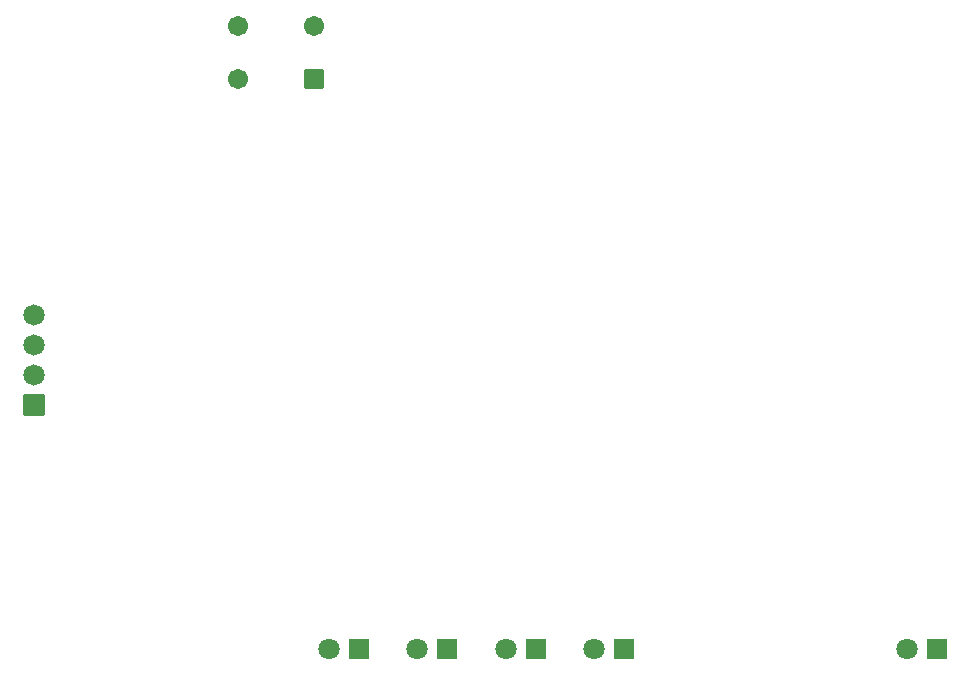
<source format=gbr>
%TF.GenerationSoftware,KiCad,Pcbnew,8.0.1*%
%TF.CreationDate,2024-04-13T13:32:27+05:30*%
%TF.ProjectId,piso,7069736f-2e6b-4696-9361-645f70636258,rev?*%
%TF.SameCoordinates,Original*%
%TF.FileFunction,Soldermask,Bot*%
%TF.FilePolarity,Negative*%
%FSLAX46Y46*%
G04 Gerber Fmt 4.6, Leading zero omitted, Abs format (unit mm)*
G04 Created by KiCad (PCBNEW 8.0.1) date 2024-04-13 13:32:27*
%MOMM*%
%LPD*%
G01*
G04 APERTURE LIST*
G04 Aperture macros list*
%AMRoundRect*
0 Rectangle with rounded corners*
0 $1 Rounding radius*
0 $2 $3 $4 $5 $6 $7 $8 $9 X,Y pos of 4 corners*
0 Add a 4 corners polygon primitive as box body*
4,1,4,$2,$3,$4,$5,$6,$7,$8,$9,$2,$3,0*
0 Add four circle primitives for the rounded corners*
1,1,$1+$1,$2,$3*
1,1,$1+$1,$4,$5*
1,1,$1+$1,$6,$7*
1,1,$1+$1,$8,$9*
0 Add four rect primitives between the rounded corners*
20,1,$1+$1,$2,$3,$4,$5,0*
20,1,$1+$1,$4,$5,$6,$7,0*
20,1,$1+$1,$6,$7,$8,$9,0*
20,1,$1+$1,$8,$9,$2,$3,0*%
G04 Aperture macros list end*
%ADD10R,1.800000X1.800000*%
%ADD11C,1.800000*%
%ADD12RoundRect,0.102000X0.802500X-0.802500X0.802500X0.802500X-0.802500X0.802500X-0.802500X-0.802500X0*%
%ADD13C,1.809000*%
%ADD14RoundRect,0.102000X0.749000X0.749000X-0.749000X0.749000X-0.749000X-0.749000X0.749000X-0.749000X0*%
%ADD15C,1.702000*%
G04 APERTURE END LIST*
D10*
%TO.C,D2*%
X133000000Y-150500000D03*
D11*
X130460000Y-150500000D03*
%TD*%
D10*
%TO.C,D0*%
X148000000Y-150500000D03*
D11*
X145460000Y-150500000D03*
%TD*%
D12*
%TO.C,J1*%
X98000000Y-129810000D03*
D13*
X98000000Y-127270000D03*
X98000000Y-124730000D03*
X98000000Y-122190000D03*
%TD*%
D10*
%TO.C,Dout*%
X174500000Y-150500000D03*
D11*
X171960000Y-150500000D03*
%TD*%
D10*
%TO.C,D3*%
X125500000Y-150500000D03*
D11*
X122960000Y-150500000D03*
%TD*%
D14*
%TO.C,SW1*%
X121750000Y-102250000D03*
D15*
X115250000Y-102250000D03*
X121750000Y-97750000D03*
X115250000Y-97750000D03*
%TD*%
D10*
%TO.C,D1*%
X140500000Y-150500000D03*
D11*
X137960000Y-150500000D03*
%TD*%
M02*

</source>
